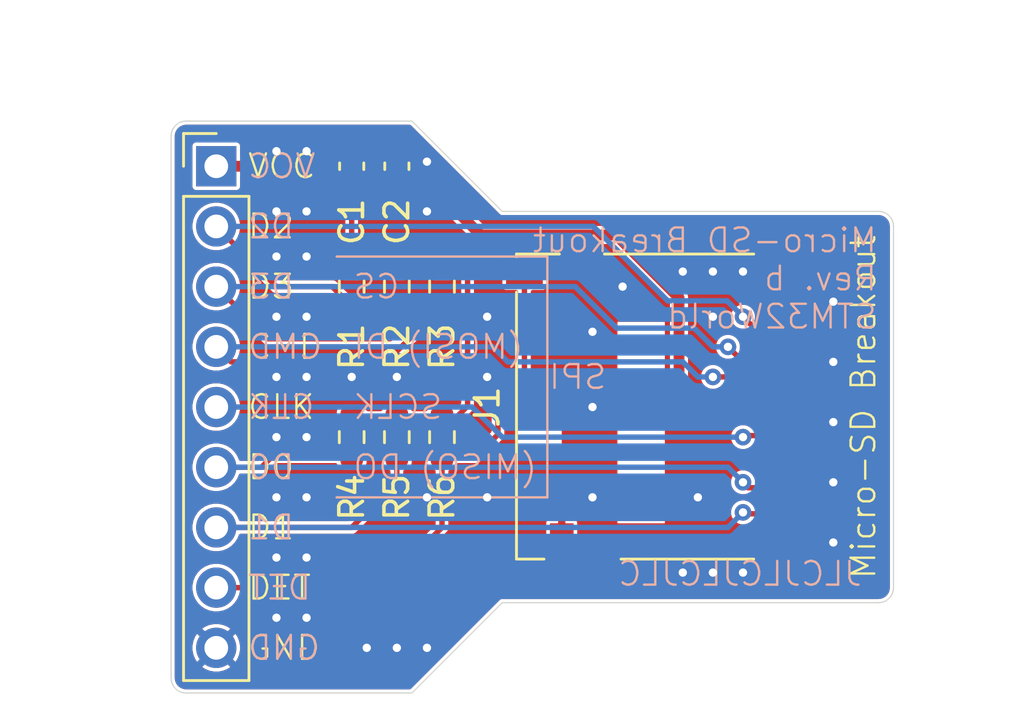
<source format=kicad_pcb>
(kicad_pcb (version 20241229) (generator "pcbnew") (generator_version "9.0")
  (layers (0 "F.Cu" signal) (2 "B.Cu" signal) (13 "F.Paste" user) (15 "B.Paste" user) (5 "F.SilkS" user "F.Silkscreen") (7 "B.SilkS" user "B.Silkscreen") (1 "F.Mask" user) (3 "B.Mask" user) (25 "Edge.Cuts" user))
  (property "AUTHOR" "Lars Boegild Thomsen")
  (property "AUTHOR_EMAIL" "lth@stm32world.com")
  (property "COMPANY" "STM32World")
  (property "REVISION" "b")
  (property "TITLE" "Micro-SD Breakout")
  (net 0 "")
  (net 1 "GND")
  (net 2 "VCC")
  (net 3 "/CLK")
  (net 4 "/D1")
  (net 5 "/DET")
  (net 6 "/D3")
  (net 7 "/D0")
  (net 8 "/CMD")
  (net 9 "/D2")
  (footprint "Resistor_SMD:R_0603_1608Metric" (layer "F.Cu") (at 155.575 96.52 -90)
    (property "Reference" "R5" (at 2.54 0 90) (layer "F.SilkS"))
    (property "Value" "4k7")
    (fp_line (start -0.237258 0.5225) (end 0.237258 0.5225) (stroke (width 0.12)) (layer "F.SilkS"))
    (fp_line (start -0.237258 -0.5225) (end 0.237258 -0.5225) (stroke (width 0.12)) (layer "F.SilkS"))
    (pad "1" smd roundrect (at -0.825 0 270) (size 0.8 0.95) (layers "F.Cu" "F.Mask" "F.Paste") (net 2 "VCC"))
    (pad "2" smd roundrect (at 0.825 0 270) (size 0.8 0.95) (layers "F.Cu" "F.Mask" "F.Paste") (net 4 "/D1"))
  )
  (footprint "Connector_Card:microSD_HC_Hirose_DM3D-SF" (layer "F.Cu") (at 166.4075 95.23 90)
    (property "Reference" "J1" (at -0.02 -7.0225 90) (layer "F.SilkS"))
    (property "Value" "Micro_SD_Card_Det2")
    (fp_line (start 6.435 -5.785) (end 6.435 -3.975) (stroke (width 0.12)) (layer "F.SilkS"))
    (fp_line (start 6.325 -5.785) (end 6.435 -5.785) (stroke (width 0.12)) (layer "F.SilkS"))
    (fp_line (start -6.435 -5.785) (end 4.825 -5.785) (stroke (width 0.12)) (layer "F.SilkS"))
    (fp_line (start -6.435 -4.625) (end -6.435 -5.785) (stroke (width 0.12)) (layer "F.SilkS"))
    (fp_line (start 6.435 -2.075) (end 6.435 4.225) (stroke (width 0.12)) (layer "F.SilkS"))
    (fp_line (start -6.435 -1.375) (end -6.435 4.225) (stroke (width 0.12)) (layer "F.SilkS"))
    (pad "1" smd rect (at 3.175 5.35 90) (size 0.7 1.75) (layers "F.Cu" "F.Mask" "F.Paste") (net 9 "/D2"))
    (pad "2" smd rect (at 2.075 5.35 90) (size 0.7 1.75) (layers "F.Cu" "F.Mask" "F.Paste") (net 6 "/D3"))
    (pad "3" smd rect (at 0.975 5.35 90) (size 0.7 1.75) (layers "F.Cu" "F.Mask" "F.Paste") (net 8 "/CMD"))
    (pad "4" smd rect (at -0.125 5.35 90) (size 0.7 1.75) (layers "F.Cu" "F.Mask" "F.Paste") (net 2 "VCC"))
    (pad "5" smd rect (at -1.225 5.35 90) (size 0.7 1.75) (layers "F.Cu" "F.Mask" "F.Paste") (net 3 "/CLK"))
    (pad "6" smd rect (at -2.325 5.35 90) (size 0.7 1.75) (layers "F.Cu" "F.Mask" "F.Paste") (net 1 "GND"))
    (pad "7" smd rect (at -3.425 5.35 90) (size 0.7 1.75) (layers "F.Cu" "F.Mask" "F.Paste") (net 7 "/D0"))
    (pad "8" smd rect (at -4.525 5.35 90) (size 0.7 1.75) (layers "F.Cu" "F.Mask" "F.Paste") (net 4 "/D1"))
    (pad "9" smd rect (at -5.65 -3.875 90) (size 1.45 1) (layers "F.Cu" "F.Mask" "F.Paste") (net 1 "GND"))
    (pad "10" smd rect (at 5.575 -5.45 90) (size 1 1.55) (layers "F.Cu" "F.Mask" "F.Paste") (net 5 "/DET"))
    (pad "11" smd rect (at -5.975 -2.375 90) (size 0.8 1.5) (layers "F.Cu" "F.Mask" "F.Paste") (net 1 "GND"))
    (pad "11" smd rect (at -5.725 5.225 90) (size 1.3 1.5) (layers "F.Cu" "F.Mask" "F.Paste") (net 1 "GND"))
    (pad "11" smd rect (at 5.625 5.225 90) (size 1.5 1.5) (layers "F.Cu" "F.Mask" "F.Paste") (net 1 "GND"))
    (pad "11" smd rect (at 5.975 -3.025 90) (size 0.8 1.4) (layers "F.Cu" "F.Mask" "F.Paste") (net 1 "GND"))
    (zone (net 0) (net_name "") (layer "F.Cu") (connect_pads (clearance 0)) (min_thickness 0.254)
      (keepout (tracks not_allowed) (vias not_allowed) (pads not_allowed) (copperpour not_allowed) (footprints not_allowed))
      (fill (thermal_gap 0.508) (thermal_bridge_width 0.508))
      (polygon (pts (xy 162.5325 97.205) (xy 162.5325 94.705) (xy 160.6825 94.705) (xy 160.6825 97.205)))
    )
    (zone (net 0) (net_name "") (layer "F.Cu") (connect_pads (clearance 0)) (min_thickness 0.254)
      (keepout (tracks not_allowed) (vias not_allowed) (pads not_allowed) (copperpour not_allowed) (footprints not_allowed))
      (fill (thermal_gap 0.508) (thermal_bridge_width 0.508))
      (polygon (pts (xy 164.8825 100.155) (xy 164.8825 91.655) (xy 166.8825 91.655) (xy 166.8825 100.155)))
    )
  )
  (footprint "Resistor_SMD:R_0603_1608Metric" (layer "F.Cu") (at 153.67 90.17 -90)
    (property "Reference" "R1" (at 2.54 0 90) (layer "F.SilkS"))
    (property "Value" "4k7")
    (fp_line (start -0.237258 0.5225) (end 0.237258 0.5225) (stroke (width 0.12)) (layer "F.SilkS"))
    (fp_line (start -0.237258 -0.5225) (end 0.237258 -0.5225) (stroke (width 0.12)) (layer "F.SilkS"))
    (pad "1" smd roundrect (at -0.825 0 270) (size 0.8 0.95) (layers "F.Cu" "F.Mask" "F.Paste") (net 2 "VCC"))
    (pad "2" smd roundrect (at 0.825 0 270) (size 0.8 0.95) (layers "F.Cu" "F.Mask" "F.Paste") (net 9 "/D2"))
  )
  (footprint "Resistor_SMD:R_0603_1608Metric" (layer "F.Cu") (at 155.575 90.17 -90)
    (property "Reference" "R2" (at 2.54 0 90) (layer "F.SilkS"))
    (property "Value" "4k7")
    (fp_line (start -0.237258 0.5225) (end 0.237258 0.5225) (stroke (width 0.12)) (layer "F.SilkS"))
    (fp_line (start -0.237258 -0.5225) (end 0.237258 -0.5225) (stroke (width 0.12)) (layer "F.SilkS"))
    (pad "1" smd roundrect (at -0.825 0 270) (size 0.8 0.95) (layers "F.Cu" "F.Mask" "F.Paste") (net 2 "VCC"))
    (pad "2" smd roundrect (at 0.825 0 270) (size 0.8 0.95) (layers "F.Cu" "F.Mask" "F.Paste") (net 6 "/D3"))
  )
  (footprint "Connector_PinHeader_2.54mm:PinHeader_1x09_P2.54mm_Vertical" (layer "F.Cu") (at 147.955 85.09)
    (property "Reference" "J2" (hide yes))
    (property "Value" "Conn_01x09" (hide yes))
    (fp_line (start -1.38 -1.38) (end 0 -1.38) (stroke (width 0.12)) (layer "F.SilkS"))
    (fp_line (start -1.38 0) (end -1.38 -1.38) (stroke (width 0.12)) (layer "F.SilkS"))
    (fp_line (start -1.38 1.27) (end -1.38 21.7) (stroke (width 0.12)) (layer "F.SilkS"))
    (fp_line (start -1.38 1.27) (end 1.38 1.27) (stroke (width 0.12)) (layer "F.SilkS"))
    (fp_line (start -1.38 21.7) (end 1.38 21.7) (stroke (width 0.12)) (layer "F.SilkS"))
    (fp_line (start 1.38 1.27) (end 1.38 21.7) (stroke (width 0.12)) (layer "F.SilkS"))
    (pad "1" thru_hole rect (at 0 0) (size 1.7 1.7) (drill 1) (layers "*.Cu" "*.Mask") (net 2 "VCC"))
    (pad "2" thru_hole circle (at 0 2.54) (size 1.7 1.7) (drill 1) (layers "*.Cu" "*.Mask") (net 9 "/D2"))
    (pad "3" thru_hole circle (at 0 5.08) (size 1.7 1.7) (drill 1) (layers "*.Cu" "*.Mask") (net 6 "/D3"))
    (pad "4" thru_hole circle (at 0 7.62) (size 1.7 1.7) (drill 1) (layers "*.Cu" "*.Mask") (net 8 "/CMD"))
    (pad "5" thru_hole circle (at 0 10.16) (size 1.7 1.7) (drill 1) (layers "*.Cu" "*.Mask") (net 3 "/CLK"))
    (pad "6" thru_hole circle (at 0 12.7) (size 1.7 1.7) (drill 1) (layers "*.Cu" "*.Mask") (net 7 "/D0"))
    (pad "7" thru_hole circle (at 0 15.24) (size 1.7 1.7) (drill 1) (layers "*.Cu" "*.Mask") (net 4 "/D1"))
    (pad "8" thru_hole circle (at 0 17.78) (size 1.7 1.7) (drill 1) (layers "*.Cu" "*.Mask") (net 5 "/DET"))
    (pad "9" thru_hole circle (at 0 20.32) (size 1.7 1.7) (drill 1) (layers "*.Cu" "*.Mask") (net 1 "GND"))
  )
  (footprint "Resistor_SMD:R_0603_1608Metric" (layer "F.Cu") (at 157.48 96.52 -90)
    (property "Reference" "R6" (at 2.54 0 90) (layer "F.SilkS"))
    (property "Value" "4k7")
    (fp_line (start -0.237258 0.5225) (end 0.237258 0.5225) (stroke (width 0.12)) (layer "F.SilkS"))
    (fp_line (start -0.237258 -0.5225) (end 0.237258 -0.5225) (stroke (width 0.12)) (layer "F.SilkS"))
    (pad "1" smd roundrect (at -0.825 0 270) (size 0.8 0.95) (layers "F.Cu" "F.Mask" "F.Paste") (net 2 "VCC"))
    (pad "2" smd roundrect (at 0.825 0 270) (size 0.8 0.95) (layers "F.Cu" "F.Mask" "F.Paste") (net 5 "/DET"))
  )
  (footprint "Resistor_SMD:R_0603_1608Metric" (layer "F.Cu") (at 153.67 96.52 -90)
    (property "Reference" "R4" (at 2.54 0 90) (layer "F.SilkS"))
    (property "Value" "4k7")
    (fp_line (start -0.237258 0.5225) (end 0.237258 0.5225) (stroke (width 0.12)) (layer "F.SilkS"))
    (fp_line (start -0.237258 -0.5225) (end 0.237258 -0.5225) (stroke (width 0.12)) (layer "F.SilkS"))
    (pad "1" smd roundrect (at -0.825 0 270) (size 0.8 0.95) (layers "F.Cu" "F.Mask" "F.Paste") (net 2 "VCC"))
    (pad "2" smd roundrect (at 0.825 0 270) (size 0.8 0.95) (layers "F.Cu" "F.Mask" "F.Paste") (net 7 "/D0"))
  )
  (footprint "Capacitor_SMD:C_0603_1608Metric" (layer "F.Cu") (at 153.67 85.09 90)
    (property "Reference" "C1" (at -1.27 0 270) (layer "F.SilkS") (effects (justify right)))
    (property "Value" "10uF")
    (fp_line (start -0.14058 -0.51) (end 0.14058 -0.51) (stroke (width 0.12)) (layer "F.SilkS"))
    (fp_line (start -0.14058 0.51) (end 0.14058 0.51) (stroke (width 0.12)) (layer "F.SilkS"))
    (pad "1" smd roundrect (at -0.775 0 90) (size 0.9 0.95) (layers "F.Cu" "F.Mask" "F.Paste") (net 2 "VCC"))
    (pad "2" smd roundrect (at 0.775 0 90) (size 0.9 0.95) (layers "F.Cu" "F.Mask" "F.Paste") (net 1 "GND"))
  )
  (footprint "Resistor_SMD:R_0603_1608Metric" (layer "F.Cu") (at 157.48 90.17 -90)
    (property "Reference" "R3" (at 2.54 0 90) (layer "F.SilkS"))
    (property "Value" "4k7")
    (fp_line (start -0.237258 0.5225) (end 0.237258 0.5225) (stroke (width 0.12)) (layer "F.SilkS"))
    (fp_line (start -0.237258 -0.5225) (end 0.237258 -0.5225) (stroke (width 0.12)) (layer "F.SilkS"))
    (pad "1" smd roundrect (at -0.825 0 270) (size 0.8 0.95) (layers "F.Cu" "F.Mask" "F.Paste") (net 2 "VCC"))
    (pad "2" smd roundrect (at 0.825 0 270) (size 0.8 0.95) (layers "F.Cu" "F.Mask" "F.Paste") (net 8 "/CMD"))
  )
  (footprint "Capacitor_SMD:C_0603_1608Metric" (layer "F.Cu") (at 155.575 85.09 90)
    (property "Reference" "C2" (at -1.27 0 90) (layer "F.SilkS") (effects (justify right)))
    (property "Value" "100nF")
    (fp_line (start -0.14058 -0.51) (end 0.14058 -0.51) (stroke (width 0.12)) (layer "F.SilkS"))
    (fp_line (start -0.14058 0.51) (end 0.14058 0.51) (stroke (width 0.12)) (layer "F.SilkS"))
    (pad "1" smd roundrect (at -0.775 0 90) (size 0.9 0.95) (layers "F.Cu" "F.Mask" "F.Paste") (net 2 "VCC"))
    (pad "2" smd roundrect (at 0.775 0 90) (size 0.9 0.95) (layers "F.Cu" "F.Mask" "F.Paste") (net 1 "GND"))
  )
  (gr_line (start 161.925 99.06) (end 153.035 99.06) (stroke (width 0.1)) (layer "B.SilkS"))
  (gr_line (start 161.925 88.9) (end 161.925 99.06) (stroke (width 0.1)) (layer "B.SilkS"))
  (gr_line (start 160.02 88.9) (end 161.925 88.9) (stroke (width 0.1)) (layer "B.SilkS"))
  (gr_line (start 153.035 88.9) (end 160.02 88.9) (stroke (width 0.1)) (layer "B.SilkS"))
  (gr_line (start 160.02 103.505) (end 156.21 107.315) (stroke (width 0.05)) (layer "Edge.Cuts"))
  (gr_arc (start 175.895 86.995) (mid 176.344013 87.180987) (end 176.53 87.63) (stroke (width 0.05)) (layer "Edge.Cuts"))
  (gr_line (start 160.02 86.995) (end 156.21 83.185) (stroke (width 0.05)) (layer "Edge.Cuts"))
  (gr_line (start 156.21 83.185) (end 146.685 83.185) (stroke (width 0.05)) (layer "Edge.Cuts"))
  (gr_line (start 146.05 106.68) (end 146.05 83.82) (stroke (width 0.05)) (layer "Edge.Cuts"))
  (gr_line (start 176.53 87.63) (end 176.53 102.87) (stroke (width 0.05)) (layer "Edge.Cuts"))
  (gr_line (start 160.02 103.505) (end 175.895 103.505) (stroke (width 0.05)) (layer "Edge.Cuts"))
  (gr_line (start 156.21 107.315) (end 146.685 107.315) (stroke (width 0.05)) (layer "Edge.Cuts"))
  (gr_arc (start 146.685 107.315) (mid 146.235987 107.129013) (end 146.05 106.68) (stroke (width 0.05)) (layer "Edge.Cuts"))
  (gr_line (start 160.02 86.995) (end 175.895 86.995) (stroke (width 0.05)) (layer "Edge.Cuts"))
  (gr_arc (start 176.53 102.87) (mid 176.344013 103.319013) (end 175.895 103.505) (stroke (width 0.05)) (layer "Edge.Cuts"))
  (gr_arc (start 146.05 83.82) (mid 146.235987 83.370987) (end 146.685 83.185) (stroke (width 0.05)) (layer "Edge.Cuts"))
  (gr_text "D2" (at 149.225 87.63 0) (layer "F.SilkS") (effects (font (size 1 1) (thickness 0.1)) (justify left)))
  (gr_text "D1" (at 149.225 100.33 0) (layer "F.SilkS") (effects (font (size 1 1) (thickness 0.1)) (justify left)))
  (gr_text "DET" (at 149.225 102.87 0) (layer "F.SilkS") (effects (font (size 1 1) (thickness 0.1)) (justify left)))
  (gr_text "CLK" (at 149.225 95.25 0) (layer "F.SilkS") (effects (font (size 1 1) (thickness 0.1)) (justify left)))
  (gr_text "D3" (at 149.225 90.17 0) (layer "F.SilkS") (effects (font (size 1 1) (thickness 0.1)) (justify left)))
  (gr_text "GND" (at 149.225 105.41 0) (layer "F.SilkS") (effects (font (size 1 1) (thickness 0.1)) (justify left)))
  (gr_text "CMD\n" (at 149.225 92.71 0) (layer "F.SilkS") (effects (font (size 1 1) (thickness 0.1)) (justify left)))
  (gr_text "VCC" (at 149.225 85.09 0) (layer "F.SilkS") (effects (font (size 1 1) (thickness 0.1)) (justify left)))
  (gr_text "D0" (at 149.225 97.79 0) (layer "F.SilkS") (effects (font (size 1 1) (thickness 0.1)) (justify left)))
  (gr_text "${TITLE}" (at 175.26 95.25 90) (layer "F.SilkS") (effects (font (size 1 1) (thickness 0.1))))
  (gr_text "CLK" (at 149.225 95.25 0) (layer "B.SilkS") (effects (font (size 1 1) (thickness 0.1)) (justify right mirror)))
  (gr_text "CMD" (at 149.225 92.71 0) (layer "B.SilkS") (effects (font (size 1 1) (thickness 0.1)) (justify right mirror)))
  (gr_text "(MOSI) DI" (at 153.67 92.71 0) (layer "B.SilkS") (effects (font (size 1 1) (thickness 0.1)) (justify right mirror)))
  (gr_text "D3" (at 149.225 90.17 0) (layer "B.SilkS") (effects (font (size 1 1) (thickness 0.1)) (justify right mirror)))
  (gr_text "JLCJLCJLCJLC" (at 175.26 102.87 0) (layer "B.SilkS") (effects (font (size 1 1) (thickness 0.1)) (justify left bottom mirror)))
  (gr_text "SCLK" (at 153.67 95.25 0) (layer "B.SilkS") (effects (font (size 1 1) (thickness 0.1)) (justify right mirror)))
  (gr_text "D1" (at 149.225 100.33 0) (layer "B.SilkS") (effects (font (size 1 1) (thickness 0.1)) (justify right mirror)))
  (gr_text "(MISO) DO" (at 153.67 97.79 0) (layer "B.SilkS") (effects (font (size 1 1) (thickness 0.1)) (justify right mirror)))
  (gr_text "CS" (at 153.67 90.17 0) (layer "B.SilkS") (effects (font (size 1 1) (thickness 0.1)) (justify right mirror)))
  (gr_text "DET" (at 149.225 102.87 0) (layer "B.SilkS") (effects (font (size 1 1) (thickness 0.1)) (justify right mirror)))
  (gr_text "SPI" (at 161.925 93.98 0) (layer "B.SilkS") (effects (font (size 1 1) (thickness 0.1)) (justify right mirror)))
  (gr_text "VCC" (at 149.225 85.09 0) (layer "B.SilkS") (effects (font (size 1 1) (thickness 0.1)) (justify right mirror)))
  (gr_text "GND" (at 149.225 105.41 0) (layer "B.SilkS") (effects (font (size 1 1) (thickness 0.1)) (justify right mirror)))
  (gr_text "${TITLE}\nRev. ${REVISION}\n${COMPANY}" (at 175.895 87.63 0) (layer "B.SilkS") (effects (font (size 1 1) (thickness 0.1)) (justify left top mirror)))
  (gr_text "D0" (at 149.225 97.79 0) (layer "B.SilkS") (effects (font (size 1 1) (thickness 0.1)) (justify right mirror)))
  (gr_text "D2" (at 149.225 87.63 0) (layer "B.SilkS") (effects (font (size 1 1) (thickness 0.1)) (justify right mirror)))
  (via (at 168.91 89.535) (size 0.7) (drill 0.35) (layers "F.Cu" "B.Cu") (net 1))
  (via (at 156.845 105.41) (size 0.7) (drill 0.35) (layers "F.Cu" "B.Cu") (net 1))
  (via (at 156.845 99.06) (size 0.7) (drill 0.35) (layers "F.Cu" "B.Cu") (net 1))
  (via (at 168.91 102.235) (size 0.7) (drill 0.35) (layers "F.Cu" "B.Cu") (net 1))
  (via (at 170.18 102.235) (size 0.7) (drill 0.35) (layers "F.Cu" "B.Cu") (net 1))
  (via (at 151.765 86.995) (size 0.7) (drill 0.35) (layers "F.Cu" "B.Cu") (net 1))
  (via (at 150.495 104.14) (size 0.7) (drill 0.35) (layers "F.Cu" "B.Cu") (net 1))
  (via (at 150.495 88.9) (size 0.7) (drill 0.35) (layers "F.Cu" "B.Cu") (net 1))
  (via (at 151.765 96.52) (size 0.7) (drill 0.35) (layers "F.Cu" "B.Cu") (net 1))
  (via (at 173.99 98.425) (size 0.7) (drill 0.35) (layers "F.Cu" "B.Cu") (net 1))
  (via (at 155.575 105.41) (size 0.7) (drill 0.35) (layers "F.Cu" "B.Cu") (net 1))
  (via (at 163.83 99.06) (size 0.7) (drill 0.35) (layers "F.Cu" "B.Cu") (net 1))
  (via (at 150.495 84.455) (size 0.7) (drill 0.35) (layers "F.Cu" "B.Cu") (net 1))
  (via (at 150.495 96.52) (size 0.7) (drill 0.35) (layers "F.Cu" "B.Cu") (net 1))
  (via (at 151.765 101.6) (size 0.7) (drill 0.35) (layers "F.Cu" "B.Cu") (net 1))
  (via (at 151.765 84.455) (size 0.7) (drill 0.35) (layers "F.Cu" "B.Cu") (net 1))
  (via (at 150.495 86.995) (size 0.7) (drill 0.35) (layers "F.Cu" "B.Cu") (net 1))
  (via (at 173.99 90.805) (size 0.7) (drill 0.35) (layers "F.Cu" "B.Cu") (net 1))
  (via (at 153.67 93.98) (size 0.7) (drill 0.35) (layers "F.Cu" "B.Cu") (net 1))
  (via (at 167.64 102.235) (size 0.7) (drill 0.35) (layers "F.Cu" "B.Cu") (net 1))
  (via (at 168.275 99.06) (size 0.7) (drill 0.35) (layers "F.Cu" "B.Cu") (net 1))
  (via (at 170.18 89.535) (size 0.7) (drill 0.35) (layers "F.Cu" "B.Cu") (net 1))
  (via (at 154.305 105.41) (size 0.7) (drill 0.35) (layers "F.Cu" "B.Cu") (net 1))
  (via (at 150.495 91.44) (size 0.7) (drill 0.35) (layers "F.Cu" "B.Cu") (net 1))
  (via (at 150.495 99.06) (size 0.7) (drill 0.35) (layers "F.Cu" "B.Cu") (net 1))
  (via (at 151.765 104.14) (size 0.7) (drill 0.35) (layers "F.Cu" "B.Cu") (net 1))
  (via (at 173.99 93.345) (size 0.7) (drill 0.35) (layers "F.Cu" "B.Cu") (net 1))
  (via (at 156.845 84.8964) (size 0.7) (drill 0.35) (layers "F.Cu" "B.Cu") (net 1))
  (via (at 151.765 91.44) (size 0.7) (drill 0.35) (layers "F.Cu" "B.Cu") (net 1))
  (via (at 151.765 88.9) (size 0.7) (drill 0.35) (layers "F.Cu" "B.Cu") (net 1))
  (via (at 151.765 93.98) (size 0.7) (drill 0.35) (layers "F.Cu" "B.Cu") (net 1))
  (via (at 165.1 90.17) (size 0.7) (drill 0.35) (layers "F.Cu" "B.Cu") (net 1))
  (via (at 150.495 93.98) (size 0.7) (drill 0.35) (layers "F.Cu" "B.Cu") (net 1))
  (via (at 163.83 95.25) (size 0.7) (drill 0.35) (layers "F.Cu" "B.Cu") (net 1))
  (via (at 163.83 92.075) (size 0.7) (drill 0.35) (layers "F.Cu" "B.Cu") (net 1))
  (via (at 167.64 89.535) (size 0.7) (drill 0.35) (layers "F.Cu" "B.Cu") (net 1))
  (via (at 159.385 91.44) (size 0.7) (drill 0.35) (layers "F.Cu" "B.Cu") (net 1))
  (via (at 173.99 100.965) (size 0.7) (drill 0.35) (layers "F.Cu" "B.Cu") (net 1))
  (via (at 159.385 99.06) (size 0.7) (drill 0.35) (layers "F.Cu" "B.Cu") (net 1))
  (via (at 173.99 95.885) (size 0.7) (drill 0.35) (layers "F.Cu" "B.Cu") (net 1))
  (via (at 168.91 91.44) (size 0.7) (drill 0.35) (layers "F.Cu" "B.Cu") (net 1))
  (via (at 156.845 86.995) (size 0.7) (drill 0.35) (layers "F.Cu" "B.Cu") (net 1))
  (via (at 155.575 93.98) (size 0.7) (drill 0.35) (layers "F.Cu" "B.Cu") (net 1))
  (via (at 159.385 93.98) (size 0.7) (drill 0.35) (layers "F.Cu" "B.Cu") (net 1))
  (via (at 150.495 101.6) (size 0.7) (drill 0.35) (layers "F.Cu" "B.Cu") (net 1))
  (via (at 151.765 99.06) (size 0.7) (drill 0.35) (layers "F.Cu" "B.Cu") (net 1))
  (segment (start 153.67 85.865) (end 153.67 89.345) (width 0.2286) (layer "F.Cu") (net 2))
  (segment (start 156.985 85.865) (end 159.11 87.99) (width 0.4572) (layer "F.Cu") (net 2))
  (segment (start 157.48 95.695) (end 158.075 95.695) (width 0.2286) (layer "F.Cu") (net 2))
  (segment (start 167.48 90.645) (end 167.48 94.53) (width 0.4572) (layer "F.Cu") (net 2))
  (segment (start 155.575 85.865) (end 156.985 85.865) (width 0.4572) (layer "F.Cu") (net 2))
  (segment (start 158.075 95.695) (end 158.56 95.21) (width 0.2286) (layer "F.Cu") (net 2))
  (segment (start 159.11 87.99) (end 164.825 87.99) (width 0.4572) (layer "F.Cu") (net 2))
  (segment (start 168.305 95.355) (end 171.7575 95.355) (width 0.4572) (layer "F.Cu") (net 2))
  (segment (start 158.56 89.66) (end 158.245 89.345) (width 0.2286) (layer "F.Cu") (net 2))
  (segment (start 158.56 95.21) (end 158.56 89.66) (width 0.2286) (layer "F.Cu") (net 2))
  (segment (start 153.67 89.345) (end 155.575 89.345) (width 0.2286) (layer "F.Cu") (net 2))
  (segment (start 158.245 89.345) (end 157.48 89.345) (width 0.2286) (layer "F.Cu") (net 2))
  (segment (start 153.67 95.695) (end 155.575 95.695) (width 0.2286) (layer "F.Cu") (net 2))
  (segment (start 167.48 94.53) (end 168.305 95.355) (width 0.4572) (layer "F.Cu") (net 2))
  (segment (start 155.575 89.345) (end 157.48 89.345) (width 0.2286) (layer "F.Cu") (net 2))
  (segment (start 153.67 85.865) (end 150 85.865) (width 0.4572) (layer "F.Cu") (net 2))
  (segment (start 155.575 95.695) (end 157.48 95.695) (width 0.2286) (layer "F.Cu") (net 2))
  (segment (start 164.825 87.99) (end 167.48 90.645) (width 0.4572) (layer "F.Cu") (net 2))
  (segment (start 147.955 85.09) (end 149.225 85.09) (width 0.4572) (layer "F.Cu") (net 2))
  (segment (start 153.67 85.865) (end 155.575 85.865) (width 0.4572) (layer "F.Cu") (net 2))
  (segment (start 150 85.865) (end 149.225 85.09) (width 0.4572) (layer "F.Cu") (net 2))
  (segment (start 170.245 96.455) (end 170.18 96.52) (width 0.2286) (layer "F.Cu") (net 3))
  (segment (start 171.7575 96.455) (end 170.245 96.455) (width 0.2286) (layer "F.Cu") (net 3))
  (via (at 170.18 96.52) (size 0.7) (drill 0.35) (layers "F.Cu" "B.Cu") (net 3))
  (segment (start 158.75 95.25) (end 160.02 96.52) (width 0.2286) (layer "B.Cu") (net 3))
  (segment (start 170.18 96.52) (end 160.02 96.52) (width 0.2286) (layer "B.Cu") (net 3))
  (segment (start 147.955 95.25) (end 158.75 95.25) (width 0.2286) (layer "B.Cu") (net 3))
  (segment (start 153.67 100.33) (end 147.955 100.33) (width 0.2286) (layer "F.Cu") (net 4))
  (segment (start 170.24 99.755) (end 170.18 99.695) (width 0.2286) (layer "F.Cu") (net 4))
  (segment (start 155.575 98.425) (end 153.67 100.33) (width 0.2286) (layer "F.Cu") (net 4))
  (segment (start 171.7575 99.755) (end 170.24 99.755) (width 0.2286) (layer "F.Cu") (net 4))
  (segment (start 155.575 97.345) (end 155.575 98.425) (width 0.2286) (layer "F.Cu") (net 4))
  (via (at 170.18 99.695) (size 0.7) (drill 0.35) (layers "F.Cu" "B.Cu") (net 4))
  (segment (start 169.545 100.33) (end 147.955 100.33) (width 0.2286) (layer "B.Cu") (net 4))
  (segment (start 170.18 99.695) (end 169.545 100.33) (width 0.2286) (layer "B.Cu") (net 4))
  (segment (start 157.48 97.345) (end 158.905 97.345) (width 0.2286) (layer "F.Cu") (net 5))
  (segment (start 154.94 102.87) (end 147.955 102.87) (width 0.2286) (layer "F.Cu") (net 5))
  (segment (start 159.8425 94.9825) (end 160.9575 93.8675) (width 0.2286) (layer "F.Cu") (net 5))
  (segment (start 158.905 97.345) (end 159.8425 96.4075) (width 0.2286) (layer "F.Cu") (net 5))
  (segment (start 160.9575 93.8675) (end 160.9575 89.655) (width 0.2286) (layer "F.Cu") (net 5))
  (segment (start 157.48 97.345) (end 157.48 100.33) (width 0.2286) (layer "F.Cu") (net 5))
  (segment (start 157.48 100.33) (end 154.94 102.87) (width 0.2286) (layer "F.Cu") (net 5))
  (segment (start 159.8425 96.4075) (end 159.8425 94.9825) (width 0.2286) (layer "F.Cu") (net 5))
  (segment (start 155.575 92.075) (end 155.575 90.995) (width 0.2286) (layer "F.Cu") (net 6))
  (segment (start 147.955 90.17) (end 150.1525 92.3675) (width 0.2286) (layer "F.Cu") (net 6))
  (segment (start 150.1525 92.3675) (end 155.2825 92.3675) (width 0.2286) (layer "F.Cu") (net 6))
  (segment (start 155.2825 92.3675) (end 155.575 92.075) (width 0.2286) (layer "F.Cu") (net 6))
  (segment (start 171.7575 93.155) (end 169.99 93.155) (width 0.2286) (layer "F.Cu") (net 6))
  (segment (start 169.99 93.155) (end 169.545 92.71) (width 0.2286) (layer "F.Cu") (net 6))
  (via (at 169.545 92.71) (size 0.7) (drill 0.35) (layers "F.Cu" "B.Cu") (net 6))
  (segment (start 164.85 91.92) (end 163.1 90.17) (width 0.2286) (layer "B.Cu") (net 6))
  (segment (start 163.1 90.17) (end 147.955 90.17) (width 0.2286) (layer "B.Cu") (net 6))
  (segment (start 169.545 92.71) (end 168.91 92.71) (width 0.2286) (layer "B.Cu") (net 6))
  (segment (start 168.12 91.92) (end 164.85 91.92) (width 0.2286) (layer "B.Cu") (net 6))
  (segment (start 168.91 92.71) (end 168.12 91.92) (width 0.2286) (layer "B.Cu") (net 6))
  (segment (start 171.7575 98.655) (end 170.41 98.655) (width 0.2286) (layer "F.Cu") (net 7))
  (segment (start 170.41 98.655) (end 170.18 98.425) (width 0.2286) (layer "F.Cu") (net 7))
  (segment (start 149.86 97.79) (end 150.305 97.345) (width 0.2286) (layer "F.Cu") (net 7))
  (segment (start 147.955 97.79) (end 149.86 97.79) (width 0.2286) (layer "F.Cu") (net 7))
  (segment (start 150.305 97.345) (end 153.67 97.345) (width 0.2286) (layer "F.Cu") (net 7))
  (via (at 170.18 98.425) (size 0.7) (drill 0.35) (layers "F.Cu" "B.Cu") (net 7))
  (segment (start 170.18 98.425) (end 169.545 97.79) (width 0.2286) (layer "B.Cu") (net 7))
  (segment (start 169.545 97.79) (end 147.955 97.79) (width 0.2286) (layer "B.Cu") (net 7))
  (segment (start 170.31 94.255) (end 171.7575 94.255) (width 0.2286) (layer "F.Cu") (net 8))
  (segment (start 155.13 93.345) (end 148.59 93.345) (width 0.2286) (layer "F.Cu") (net 8))
  (segment (start 170.035 93.98) (end 170.31 94.255) (width 0.2286) (layer "F.Cu") (net 8))
  (segment (start 168.91 93.98) (end 170.035 93.98) (width 0.2286) (layer "F.Cu") (net 8))
  (segment (start 157.48 90.995) (end 155.13 93.345) (width 0.2286) (layer "F.Cu") (net 8))
  (segment (start 148.59 93.345) (end 147.955 92.71) (width 0.2286) (layer "F.Cu") (net 8))
  (via (at 168.91 93.98) (size 0.7) (drill 0.35) (layers "F.Cu" "B.Cu") (net 8))
  (segment (start 159.625 92.71) (end 160.26 93.345) (width 0.2286) (layer "B.Cu") (net 8))
  (segment (start 167.64 93.345) (end 168.275 93.98) (width 0.2286) (layer "B.Cu") (net 8))
  (segment (start 168.275 93.98) (end 168.91 93.98) (width 0.2286) (layer "B.Cu") (net 8))
  (segment (start 147.955 92.71) (end 159.625 92.71) (width 0.2286) (layer "B.Cu") (net 8))
  (segment (start 160.26 93.345) (end 167.64 93.345) (width 0.2286) (layer "B.Cu") (net 8))
  (segment (start 147.955 87.63) (end 150.495 90.17) (width 0.2286) (layer "F.Cu") (net 9))
  (segment (start 170.18 91.44) (end 170.795 92.055) (width 0.2286) (layer "F.Cu") (net 9))
  (segment (start 152.845 90.17) (end 153.67 90.995) (width 0.2286) (layer "F.Cu") (net 9))
  (segment (start 170.795 92.055) (end 171.7575 92.055) (width 0.2286) (layer "F.Cu") (net 9))
  (segment (start 150.495 90.17) (end 152.845 90.17) (width 0.2286) (layer "F.Cu") (net 9))
  (via (at 170.18 91.44) (size 0.7) (drill 0.35) (layers "F.Cu" "B.Cu") (net 9))
  (segment (start 169.51 90.77) (end 167.005 90.77) (width 0.2286) (layer "B.Cu") (net 9))
  (segment (start 167.005 90.77) (end 163.865 87.63) (width 0.2286) (layer "B.Cu") (net 9))
  (segment (start 170.18 91.44) (end 169.51 90.77) (width 0.2286) (layer "B.Cu") (net 9))
  (segment (start 163.865 87.63) (end 147.955 87.63) (width 0.2286) (layer "B.Cu") (net 9))
  (zone (net 1) (net_name "GND") (layers "F.Cu" "B.Cu") (connect_pads (clearance 0.1524)) (min_thickness 0.1524) (fill yes (thermal_gap 0.1524) (thermal_bridge_width 0.3048))
    (polygon (pts (xy 145.415 82.55) (xy 177.165 82.55) (xy 177.165 107.95) (xy 145.415 107.95)))
  )
)
</source>
